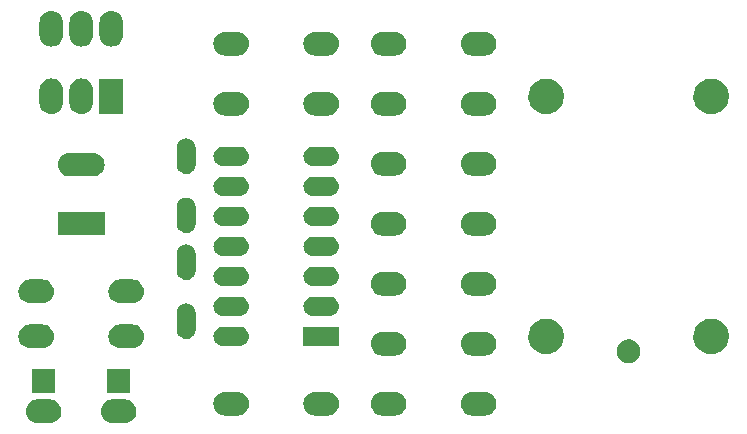
<source format=gbr>
G04 #@! TF.GenerationSoftware,KiCad,Pcbnew,(5.0.2)-1*
G04 #@! TF.CreationDate,2019-02-28T22:41:27-03:00*
G04 #@! TF.ProjectId,ponta-de-prova-logica-simplificada,706f6e74-612d-4646-952d-70726f76612d,02*
G04 #@! TF.SameCoordinates,Original*
G04 #@! TF.FileFunction,Soldermask,Bot*
G04 #@! TF.FilePolarity,Negative*
%FSLAX46Y46*%
G04 Gerber Fmt 4.6, Leading zero omitted, Abs format (unit mm)*
G04 Created by KiCad (PCBNEW (5.0.2)-1) date 28-02-2019 22:41:27*
%MOMM*%
%LPD*%
G01*
G04 APERTURE LIST*
%ADD10C,0.100000*%
G04 APERTURE END LIST*
D10*
G36*
X135316030Y-115219469D02*
X135316033Y-115219470D01*
X135316034Y-115219470D01*
X135504535Y-115276651D01*
X135504537Y-115276652D01*
X135678260Y-115369509D01*
X135830528Y-115494472D01*
X135955491Y-115646740D01*
X135955492Y-115646742D01*
X136048349Y-115820465D01*
X136089019Y-115954537D01*
X136105531Y-116008970D01*
X136124838Y-116205000D01*
X136105531Y-116401030D01*
X136105530Y-116401033D01*
X136105530Y-116401034D01*
X136054275Y-116570000D01*
X136048348Y-116589537D01*
X135955491Y-116763260D01*
X135830528Y-116915528D01*
X135678260Y-117040491D01*
X135678258Y-117040492D01*
X135504535Y-117133349D01*
X135316034Y-117190530D01*
X135316033Y-117190530D01*
X135316030Y-117190531D01*
X135169124Y-117205000D01*
X134070876Y-117205000D01*
X133923970Y-117190531D01*
X133923967Y-117190530D01*
X133923966Y-117190530D01*
X133735465Y-117133349D01*
X133561742Y-117040492D01*
X133561740Y-117040491D01*
X133409472Y-116915528D01*
X133284509Y-116763260D01*
X133191652Y-116589537D01*
X133185726Y-116570000D01*
X133134470Y-116401034D01*
X133134470Y-116401033D01*
X133134469Y-116401030D01*
X133115162Y-116205000D01*
X133134469Y-116008970D01*
X133150981Y-115954537D01*
X133191651Y-115820465D01*
X133284508Y-115646742D01*
X133284509Y-115646740D01*
X133409472Y-115494472D01*
X133561740Y-115369509D01*
X133735463Y-115276652D01*
X133735465Y-115276651D01*
X133923966Y-115219470D01*
X133923967Y-115219470D01*
X133923970Y-115219469D01*
X134070876Y-115205000D01*
X135169124Y-115205000D01*
X135316030Y-115219469D01*
X135316030Y-115219469D01*
G37*
G36*
X128966030Y-115219469D02*
X128966033Y-115219470D01*
X128966034Y-115219470D01*
X129154535Y-115276651D01*
X129154537Y-115276652D01*
X129328260Y-115369509D01*
X129480528Y-115494472D01*
X129605491Y-115646740D01*
X129605492Y-115646742D01*
X129698349Y-115820465D01*
X129739019Y-115954537D01*
X129755531Y-116008970D01*
X129774838Y-116205000D01*
X129755531Y-116401030D01*
X129755530Y-116401033D01*
X129755530Y-116401034D01*
X129704275Y-116570000D01*
X129698348Y-116589537D01*
X129605491Y-116763260D01*
X129480528Y-116915528D01*
X129328260Y-117040491D01*
X129328258Y-117040492D01*
X129154535Y-117133349D01*
X128966034Y-117190530D01*
X128966033Y-117190530D01*
X128966030Y-117190531D01*
X128819124Y-117205000D01*
X127720876Y-117205000D01*
X127573970Y-117190531D01*
X127573967Y-117190530D01*
X127573966Y-117190530D01*
X127385465Y-117133349D01*
X127211742Y-117040492D01*
X127211740Y-117040491D01*
X127059472Y-116915528D01*
X126934509Y-116763260D01*
X126841652Y-116589537D01*
X126835726Y-116570000D01*
X126784470Y-116401034D01*
X126784470Y-116401033D01*
X126784469Y-116401030D01*
X126765162Y-116205000D01*
X126784469Y-116008970D01*
X126800981Y-115954537D01*
X126841651Y-115820465D01*
X126934508Y-115646742D01*
X126934509Y-115646740D01*
X127059472Y-115494472D01*
X127211740Y-115369509D01*
X127385463Y-115276652D01*
X127385465Y-115276651D01*
X127573966Y-115219470D01*
X127573967Y-115219470D01*
X127573970Y-115219469D01*
X127720876Y-115205000D01*
X128819124Y-115205000D01*
X128966030Y-115219469D01*
X128966030Y-115219469D01*
G37*
G36*
X165796030Y-114584469D02*
X165796033Y-114584470D01*
X165796034Y-114584470D01*
X165984535Y-114641651D01*
X165984537Y-114641652D01*
X166158260Y-114734509D01*
X166310528Y-114859472D01*
X166435491Y-115011740D01*
X166435492Y-115011742D01*
X166528349Y-115185465D01*
X166584178Y-115369509D01*
X166585531Y-115373970D01*
X166604838Y-115570000D01*
X166585531Y-115766030D01*
X166585530Y-115766033D01*
X166585530Y-115766034D01*
X166569019Y-115820465D01*
X166528348Y-115954537D01*
X166435491Y-116128260D01*
X166310528Y-116280528D01*
X166158260Y-116405491D01*
X166158258Y-116405492D01*
X165984535Y-116498349D01*
X165796034Y-116555530D01*
X165796033Y-116555530D01*
X165796030Y-116555531D01*
X165649124Y-116570000D01*
X164550876Y-116570000D01*
X164403970Y-116555531D01*
X164403967Y-116555530D01*
X164403966Y-116555530D01*
X164215465Y-116498349D01*
X164041742Y-116405492D01*
X164041740Y-116405491D01*
X163889472Y-116280528D01*
X163764509Y-116128260D01*
X163671652Y-115954537D01*
X163630982Y-115820465D01*
X163614470Y-115766034D01*
X163614470Y-115766033D01*
X163614469Y-115766030D01*
X163595162Y-115570000D01*
X163614469Y-115373970D01*
X163615822Y-115369509D01*
X163671651Y-115185465D01*
X163764508Y-115011742D01*
X163764509Y-115011740D01*
X163889472Y-114859472D01*
X164041740Y-114734509D01*
X164215463Y-114641652D01*
X164215465Y-114641651D01*
X164403966Y-114584470D01*
X164403967Y-114584470D01*
X164403970Y-114584469D01*
X164550876Y-114570000D01*
X165649124Y-114570000D01*
X165796030Y-114584469D01*
X165796030Y-114584469D01*
G37*
G36*
X152461030Y-114584469D02*
X152461033Y-114584470D01*
X152461034Y-114584470D01*
X152649535Y-114641651D01*
X152649537Y-114641652D01*
X152823260Y-114734509D01*
X152975528Y-114859472D01*
X153100491Y-115011740D01*
X153100492Y-115011742D01*
X153193349Y-115185465D01*
X153249178Y-115369509D01*
X153250531Y-115373970D01*
X153269838Y-115570000D01*
X153250531Y-115766030D01*
X153250530Y-115766033D01*
X153250530Y-115766034D01*
X153234019Y-115820465D01*
X153193348Y-115954537D01*
X153100491Y-116128260D01*
X152975528Y-116280528D01*
X152823260Y-116405491D01*
X152823258Y-116405492D01*
X152649535Y-116498349D01*
X152461034Y-116555530D01*
X152461033Y-116555530D01*
X152461030Y-116555531D01*
X152314124Y-116570000D01*
X151215876Y-116570000D01*
X151068970Y-116555531D01*
X151068967Y-116555530D01*
X151068966Y-116555530D01*
X150880465Y-116498349D01*
X150706742Y-116405492D01*
X150706740Y-116405491D01*
X150554472Y-116280528D01*
X150429509Y-116128260D01*
X150336652Y-115954537D01*
X150295982Y-115820465D01*
X150279470Y-115766034D01*
X150279470Y-115766033D01*
X150279469Y-115766030D01*
X150260162Y-115570000D01*
X150279469Y-115373970D01*
X150280822Y-115369509D01*
X150336651Y-115185465D01*
X150429508Y-115011742D01*
X150429509Y-115011740D01*
X150554472Y-114859472D01*
X150706740Y-114734509D01*
X150880463Y-114641652D01*
X150880465Y-114641651D01*
X151068966Y-114584470D01*
X151068967Y-114584470D01*
X151068970Y-114584469D01*
X151215876Y-114570000D01*
X152314124Y-114570000D01*
X152461030Y-114584469D01*
X152461030Y-114584469D01*
G37*
G36*
X144841030Y-114584469D02*
X144841033Y-114584470D01*
X144841034Y-114584470D01*
X145029535Y-114641651D01*
X145029537Y-114641652D01*
X145203260Y-114734509D01*
X145355528Y-114859472D01*
X145480491Y-115011740D01*
X145480492Y-115011742D01*
X145573349Y-115185465D01*
X145629178Y-115369509D01*
X145630531Y-115373970D01*
X145649838Y-115570000D01*
X145630531Y-115766030D01*
X145630530Y-115766033D01*
X145630530Y-115766034D01*
X145614019Y-115820465D01*
X145573348Y-115954537D01*
X145480491Y-116128260D01*
X145355528Y-116280528D01*
X145203260Y-116405491D01*
X145203258Y-116405492D01*
X145029535Y-116498349D01*
X144841034Y-116555530D01*
X144841033Y-116555530D01*
X144841030Y-116555531D01*
X144694124Y-116570000D01*
X143595876Y-116570000D01*
X143448970Y-116555531D01*
X143448967Y-116555530D01*
X143448966Y-116555530D01*
X143260465Y-116498349D01*
X143086742Y-116405492D01*
X143086740Y-116405491D01*
X142934472Y-116280528D01*
X142809509Y-116128260D01*
X142716652Y-115954537D01*
X142675982Y-115820465D01*
X142659470Y-115766034D01*
X142659470Y-115766033D01*
X142659469Y-115766030D01*
X142640162Y-115570000D01*
X142659469Y-115373970D01*
X142660822Y-115369509D01*
X142716651Y-115185465D01*
X142809508Y-115011742D01*
X142809509Y-115011740D01*
X142934472Y-114859472D01*
X143086740Y-114734509D01*
X143260463Y-114641652D01*
X143260465Y-114641651D01*
X143448966Y-114584470D01*
X143448967Y-114584470D01*
X143448970Y-114584469D01*
X143595876Y-114570000D01*
X144694124Y-114570000D01*
X144841030Y-114584469D01*
X144841030Y-114584469D01*
G37*
G36*
X158176030Y-114584469D02*
X158176033Y-114584470D01*
X158176034Y-114584470D01*
X158364535Y-114641651D01*
X158364537Y-114641652D01*
X158538260Y-114734509D01*
X158690528Y-114859472D01*
X158815491Y-115011740D01*
X158815492Y-115011742D01*
X158908349Y-115185465D01*
X158964178Y-115369509D01*
X158965531Y-115373970D01*
X158984838Y-115570000D01*
X158965531Y-115766030D01*
X158965530Y-115766033D01*
X158965530Y-115766034D01*
X158949019Y-115820465D01*
X158908348Y-115954537D01*
X158815491Y-116128260D01*
X158690528Y-116280528D01*
X158538260Y-116405491D01*
X158538258Y-116405492D01*
X158364535Y-116498349D01*
X158176034Y-116555530D01*
X158176033Y-116555530D01*
X158176030Y-116555531D01*
X158029124Y-116570000D01*
X156930876Y-116570000D01*
X156783970Y-116555531D01*
X156783967Y-116555530D01*
X156783966Y-116555530D01*
X156595465Y-116498349D01*
X156421742Y-116405492D01*
X156421740Y-116405491D01*
X156269472Y-116280528D01*
X156144509Y-116128260D01*
X156051652Y-115954537D01*
X156010982Y-115820465D01*
X155994470Y-115766034D01*
X155994470Y-115766033D01*
X155994469Y-115766030D01*
X155975162Y-115570000D01*
X155994469Y-115373970D01*
X155995822Y-115369509D01*
X156051651Y-115185465D01*
X156144508Y-115011742D01*
X156144509Y-115011740D01*
X156269472Y-114859472D01*
X156421740Y-114734509D01*
X156595463Y-114641652D01*
X156595465Y-114641651D01*
X156783966Y-114584470D01*
X156783967Y-114584470D01*
X156783970Y-114584469D01*
X156930876Y-114570000D01*
X158029124Y-114570000D01*
X158176030Y-114584469D01*
X158176030Y-114584469D01*
G37*
G36*
X129270000Y-114665000D02*
X127270000Y-114665000D01*
X127270000Y-112665000D01*
X129270000Y-112665000D01*
X129270000Y-114665000D01*
X129270000Y-114665000D01*
G37*
G36*
X135620000Y-114665000D02*
X133620000Y-114665000D01*
X133620000Y-112665000D01*
X135620000Y-112665000D01*
X135620000Y-114665000D01*
X135620000Y-114665000D01*
G37*
G36*
X178091538Y-110163919D02*
X178273437Y-110239264D01*
X178437141Y-110348648D01*
X178576352Y-110487859D01*
X178685736Y-110651563D01*
X178761081Y-110833462D01*
X178799490Y-111026557D01*
X178799490Y-111223443D01*
X178761081Y-111416538D01*
X178685736Y-111598437D01*
X178576352Y-111762141D01*
X178437141Y-111901352D01*
X178273437Y-112010736D01*
X178091538Y-112086081D01*
X177898443Y-112124490D01*
X177701557Y-112124490D01*
X177508462Y-112086081D01*
X177326563Y-112010736D01*
X177162859Y-111901352D01*
X177023648Y-111762141D01*
X176914264Y-111598437D01*
X176838919Y-111416538D01*
X176800510Y-111223443D01*
X176800510Y-111026557D01*
X176838919Y-110833462D01*
X176914264Y-110651563D01*
X177023648Y-110487859D01*
X177162859Y-110348648D01*
X177326563Y-110239264D01*
X177508462Y-110163919D01*
X177701557Y-110125510D01*
X177898443Y-110125510D01*
X178091538Y-110163919D01*
X178091538Y-110163919D01*
G37*
G36*
X165796030Y-109504469D02*
X165796033Y-109504470D01*
X165796034Y-109504470D01*
X165984535Y-109561651D01*
X165984537Y-109561652D01*
X166158260Y-109654509D01*
X166310528Y-109779472D01*
X166435491Y-109931740D01*
X166499253Y-110051030D01*
X166528349Y-110105465D01*
X166585530Y-110293966D01*
X166585531Y-110293970D01*
X166604838Y-110490000D01*
X166585531Y-110686030D01*
X166585530Y-110686033D01*
X166585530Y-110686034D01*
X166534275Y-110855000D01*
X166528348Y-110874537D01*
X166435491Y-111048260D01*
X166310528Y-111200528D01*
X166158260Y-111325491D01*
X165984537Y-111418348D01*
X165984535Y-111418349D01*
X165796034Y-111475530D01*
X165796033Y-111475530D01*
X165796030Y-111475531D01*
X165649124Y-111490000D01*
X164550876Y-111490000D01*
X164403970Y-111475531D01*
X164403967Y-111475530D01*
X164403966Y-111475530D01*
X164215465Y-111418349D01*
X164215463Y-111418348D01*
X164041740Y-111325491D01*
X163889472Y-111200528D01*
X163764509Y-111048260D01*
X163671652Y-110874537D01*
X163665726Y-110855000D01*
X163614470Y-110686034D01*
X163614470Y-110686033D01*
X163614469Y-110686030D01*
X163595162Y-110490000D01*
X163614469Y-110293970D01*
X163614470Y-110293966D01*
X163671651Y-110105465D01*
X163700747Y-110051030D01*
X163764509Y-109931740D01*
X163889472Y-109779472D01*
X164041740Y-109654509D01*
X164215463Y-109561652D01*
X164215465Y-109561651D01*
X164403966Y-109504470D01*
X164403967Y-109504470D01*
X164403970Y-109504469D01*
X164550876Y-109490000D01*
X165649124Y-109490000D01*
X165796030Y-109504469D01*
X165796030Y-109504469D01*
G37*
G36*
X158176030Y-109504469D02*
X158176033Y-109504470D01*
X158176034Y-109504470D01*
X158364535Y-109561651D01*
X158364537Y-109561652D01*
X158538260Y-109654509D01*
X158690528Y-109779472D01*
X158815491Y-109931740D01*
X158879253Y-110051030D01*
X158908349Y-110105465D01*
X158965530Y-110293966D01*
X158965531Y-110293970D01*
X158984838Y-110490000D01*
X158965531Y-110686030D01*
X158965530Y-110686033D01*
X158965530Y-110686034D01*
X158914275Y-110855000D01*
X158908348Y-110874537D01*
X158815491Y-111048260D01*
X158690528Y-111200528D01*
X158538260Y-111325491D01*
X158364537Y-111418348D01*
X158364535Y-111418349D01*
X158176034Y-111475530D01*
X158176033Y-111475530D01*
X158176030Y-111475531D01*
X158029124Y-111490000D01*
X156930876Y-111490000D01*
X156783970Y-111475531D01*
X156783967Y-111475530D01*
X156783966Y-111475530D01*
X156595465Y-111418349D01*
X156595463Y-111418348D01*
X156421740Y-111325491D01*
X156269472Y-111200528D01*
X156144509Y-111048260D01*
X156051652Y-110874537D01*
X156045726Y-110855000D01*
X155994470Y-110686034D01*
X155994470Y-110686033D01*
X155994469Y-110686030D01*
X155975162Y-110490000D01*
X155994469Y-110293970D01*
X155994470Y-110293966D01*
X156051651Y-110105465D01*
X156080747Y-110051030D01*
X156144509Y-109931740D01*
X156269472Y-109779472D01*
X156421740Y-109654509D01*
X156595463Y-109561652D01*
X156595465Y-109561651D01*
X156783966Y-109504470D01*
X156783967Y-109504470D01*
X156783970Y-109504469D01*
X156930876Y-109490000D01*
X158029124Y-109490000D01*
X158176030Y-109504469D01*
X158176030Y-109504469D01*
G37*
G36*
X185125935Y-108393429D02*
X185222534Y-108412644D01*
X185495517Y-108525717D01*
X185737920Y-108687687D01*
X185741197Y-108689876D01*
X185950124Y-108898803D01*
X185950126Y-108898806D01*
X186114283Y-109144483D01*
X186188763Y-109324293D01*
X186227356Y-109417467D01*
X186274507Y-109654508D01*
X186285000Y-109707263D01*
X186285000Y-110002737D01*
X186227356Y-110292534D01*
X186114283Y-110565517D01*
X185952313Y-110807920D01*
X185950124Y-110811197D01*
X185741197Y-111020124D01*
X185741194Y-111020126D01*
X185495517Y-111184283D01*
X185222534Y-111297356D01*
X185125935Y-111316571D01*
X184932739Y-111355000D01*
X184637261Y-111355000D01*
X184444065Y-111316571D01*
X184347466Y-111297356D01*
X184074483Y-111184283D01*
X183828806Y-111020126D01*
X183828803Y-111020124D01*
X183619876Y-110811197D01*
X183617687Y-110807920D01*
X183455717Y-110565517D01*
X183342644Y-110292534D01*
X183285000Y-110002737D01*
X183285000Y-109707263D01*
X183295494Y-109654508D01*
X183342644Y-109417467D01*
X183381238Y-109324293D01*
X183455717Y-109144483D01*
X183619874Y-108898806D01*
X183619876Y-108898803D01*
X183828803Y-108689876D01*
X183832080Y-108687687D01*
X184074483Y-108525717D01*
X184347466Y-108412644D01*
X184444065Y-108393429D01*
X184637261Y-108355000D01*
X184932739Y-108355000D01*
X185125935Y-108393429D01*
X185125935Y-108393429D01*
G37*
G36*
X171155935Y-108393429D02*
X171252534Y-108412644D01*
X171525517Y-108525717D01*
X171767920Y-108687687D01*
X171771197Y-108689876D01*
X171980124Y-108898803D01*
X171980126Y-108898806D01*
X172144283Y-109144483D01*
X172218763Y-109324293D01*
X172257356Y-109417467D01*
X172304507Y-109654508D01*
X172315000Y-109707263D01*
X172315000Y-110002737D01*
X172257356Y-110292534D01*
X172144283Y-110565517D01*
X171982313Y-110807920D01*
X171980124Y-110811197D01*
X171771197Y-111020124D01*
X171771194Y-111020126D01*
X171525517Y-111184283D01*
X171252534Y-111297356D01*
X171155935Y-111316571D01*
X170962739Y-111355000D01*
X170667261Y-111355000D01*
X170474065Y-111316571D01*
X170377466Y-111297356D01*
X170104483Y-111184283D01*
X169858806Y-111020126D01*
X169858803Y-111020124D01*
X169649876Y-110811197D01*
X169647687Y-110807920D01*
X169485717Y-110565517D01*
X169372644Y-110292534D01*
X169315000Y-110002737D01*
X169315000Y-109707263D01*
X169325494Y-109654508D01*
X169372644Y-109417467D01*
X169411238Y-109324293D01*
X169485717Y-109144483D01*
X169649874Y-108898806D01*
X169649876Y-108898803D01*
X169858803Y-108689876D01*
X169862080Y-108687687D01*
X170104483Y-108525717D01*
X170377466Y-108412644D01*
X170474065Y-108393429D01*
X170667261Y-108355000D01*
X170962739Y-108355000D01*
X171155935Y-108393429D01*
X171155935Y-108393429D01*
G37*
G36*
X128331030Y-108869469D02*
X128331033Y-108869470D01*
X128331034Y-108869470D01*
X128519535Y-108926651D01*
X128519537Y-108926652D01*
X128693260Y-109019509D01*
X128845528Y-109144472D01*
X128970491Y-109296740D01*
X128970492Y-109296742D01*
X129063349Y-109470465D01*
X129119178Y-109654509D01*
X129120531Y-109658970D01*
X129139838Y-109855000D01*
X129120531Y-110051030D01*
X129120530Y-110051033D01*
X129120530Y-110051034D01*
X129086287Y-110163919D01*
X129063348Y-110239537D01*
X128970491Y-110413260D01*
X128845528Y-110565528D01*
X128693260Y-110690491D01*
X128693258Y-110690492D01*
X128519535Y-110783349D01*
X128331034Y-110840530D01*
X128331033Y-110840530D01*
X128331030Y-110840531D01*
X128184124Y-110855000D01*
X127085876Y-110855000D01*
X126938970Y-110840531D01*
X126938967Y-110840530D01*
X126938966Y-110840530D01*
X126750465Y-110783349D01*
X126576742Y-110690492D01*
X126576740Y-110690491D01*
X126424472Y-110565528D01*
X126299509Y-110413260D01*
X126206652Y-110239537D01*
X126183714Y-110163919D01*
X126149470Y-110051034D01*
X126149470Y-110051033D01*
X126149469Y-110051030D01*
X126130162Y-109855000D01*
X126149469Y-109658970D01*
X126150822Y-109654509D01*
X126206651Y-109470465D01*
X126299508Y-109296742D01*
X126299509Y-109296740D01*
X126424472Y-109144472D01*
X126576740Y-109019509D01*
X126750463Y-108926652D01*
X126750465Y-108926651D01*
X126938966Y-108869470D01*
X126938967Y-108869470D01*
X126938970Y-108869469D01*
X127085876Y-108855000D01*
X128184124Y-108855000D01*
X128331030Y-108869469D01*
X128331030Y-108869469D01*
G37*
G36*
X135951030Y-108869469D02*
X135951033Y-108869470D01*
X135951034Y-108869470D01*
X136139535Y-108926651D01*
X136139537Y-108926652D01*
X136313260Y-109019509D01*
X136465528Y-109144472D01*
X136590491Y-109296740D01*
X136590492Y-109296742D01*
X136683349Y-109470465D01*
X136739178Y-109654509D01*
X136740531Y-109658970D01*
X136759838Y-109855000D01*
X136740531Y-110051030D01*
X136740530Y-110051033D01*
X136740530Y-110051034D01*
X136706287Y-110163919D01*
X136683348Y-110239537D01*
X136590491Y-110413260D01*
X136465528Y-110565528D01*
X136313260Y-110690491D01*
X136313258Y-110690492D01*
X136139535Y-110783349D01*
X135951034Y-110840530D01*
X135951033Y-110840530D01*
X135951030Y-110840531D01*
X135804124Y-110855000D01*
X134705876Y-110855000D01*
X134558970Y-110840531D01*
X134558967Y-110840530D01*
X134558966Y-110840530D01*
X134370465Y-110783349D01*
X134196742Y-110690492D01*
X134196740Y-110690491D01*
X134044472Y-110565528D01*
X133919509Y-110413260D01*
X133826652Y-110239537D01*
X133803714Y-110163919D01*
X133769470Y-110051034D01*
X133769470Y-110051033D01*
X133769469Y-110051030D01*
X133750162Y-109855000D01*
X133769469Y-109658970D01*
X133770822Y-109654509D01*
X133826651Y-109470465D01*
X133919508Y-109296742D01*
X133919509Y-109296740D01*
X134044472Y-109144472D01*
X134196740Y-109019509D01*
X134370463Y-108926652D01*
X134370465Y-108926651D01*
X134558966Y-108869470D01*
X134558967Y-108869470D01*
X134558970Y-108869469D01*
X134705876Y-108855000D01*
X135804124Y-108855000D01*
X135951030Y-108869469D01*
X135951030Y-108869469D01*
G37*
G36*
X153265000Y-110655000D02*
X150265000Y-110655000D01*
X150265000Y-109055000D01*
X153265000Y-109055000D01*
X153265000Y-110655000D01*
X153265000Y-110655000D01*
G37*
G36*
X144962649Y-109062717D02*
X145001827Y-109066576D01*
X145077228Y-109089449D01*
X145152629Y-109112321D01*
X145291608Y-109186608D01*
X145413422Y-109286578D01*
X145513392Y-109408392D01*
X145587679Y-109547371D01*
X145633424Y-109698174D01*
X145648870Y-109855000D01*
X145633424Y-110011826D01*
X145587679Y-110162629D01*
X145513392Y-110301608D01*
X145413422Y-110423422D01*
X145291608Y-110523392D01*
X145152629Y-110597679D01*
X145077228Y-110620551D01*
X145001827Y-110643424D01*
X144962649Y-110647283D01*
X144884295Y-110655000D01*
X143405705Y-110655000D01*
X143327351Y-110647283D01*
X143288173Y-110643424D01*
X143212772Y-110620551D01*
X143137371Y-110597679D01*
X142998392Y-110523392D01*
X142876578Y-110423422D01*
X142776608Y-110301608D01*
X142702321Y-110162629D01*
X142656576Y-110011826D01*
X142641130Y-109855000D01*
X142656576Y-109698174D01*
X142702321Y-109547371D01*
X142776608Y-109408392D01*
X142876578Y-109286578D01*
X142998392Y-109186608D01*
X143137371Y-109112321D01*
X143212772Y-109089449D01*
X143288173Y-109066576D01*
X143327351Y-109062717D01*
X143405705Y-109055000D01*
X144884295Y-109055000D01*
X144962649Y-109062717D01*
X144962649Y-109062717D01*
G37*
G36*
X140491826Y-107096576D02*
X140567226Y-107119448D01*
X140642628Y-107142321D01*
X140781604Y-107216606D01*
X140781606Y-107216607D01*
X140781605Y-107216607D01*
X140903422Y-107316578D01*
X140903423Y-107316580D01*
X140903425Y-107316581D01*
X141003392Y-107438392D01*
X141077679Y-107577371D01*
X141123424Y-107728174D01*
X141135000Y-107845705D01*
X141135000Y-109324295D01*
X141123424Y-109441826D01*
X141077679Y-109592629D01*
X141003392Y-109731608D01*
X140903422Y-109853422D01*
X140781608Y-109953392D01*
X140642629Y-110027679D01*
X140567228Y-110050551D01*
X140491827Y-110073424D01*
X140335000Y-110088870D01*
X140178174Y-110073424D01*
X140102773Y-110050551D01*
X140027372Y-110027679D01*
X139888393Y-109953392D01*
X139766579Y-109853422D01*
X139666609Y-109731608D01*
X139592322Y-109592629D01*
X139546577Y-109441826D01*
X139535001Y-109324295D01*
X139535000Y-107845706D01*
X139546576Y-107728175D01*
X139546577Y-107728173D01*
X139592321Y-107577373D01*
X139592321Y-107577372D01*
X139666606Y-107438396D01*
X139766576Y-107316581D01*
X139766578Y-107316578D01*
X139766580Y-107316577D01*
X139766581Y-107316575D01*
X139888392Y-107216608D01*
X140027371Y-107142321D01*
X140102773Y-107119448D01*
X140178173Y-107096576D01*
X140335000Y-107081130D01*
X140491826Y-107096576D01*
X140491826Y-107096576D01*
G37*
G36*
X144962649Y-106522717D02*
X145001827Y-106526576D01*
X145077228Y-106549449D01*
X145152629Y-106572321D01*
X145291608Y-106646608D01*
X145413422Y-106746578D01*
X145513392Y-106868392D01*
X145587679Y-107007371D01*
X145633424Y-107158174D01*
X145648870Y-107315000D01*
X145633424Y-107471826D01*
X145587679Y-107622629D01*
X145513392Y-107761608D01*
X145413422Y-107883422D01*
X145291608Y-107983392D01*
X145152629Y-108057679D01*
X145077227Y-108080552D01*
X145001827Y-108103424D01*
X144962649Y-108107283D01*
X144884295Y-108115000D01*
X143405705Y-108115000D01*
X143327351Y-108107283D01*
X143288173Y-108103424D01*
X143212773Y-108080552D01*
X143137371Y-108057679D01*
X142998392Y-107983392D01*
X142876578Y-107883422D01*
X142776608Y-107761608D01*
X142702321Y-107622629D01*
X142656576Y-107471826D01*
X142641130Y-107315000D01*
X142656576Y-107158174D01*
X142702321Y-107007371D01*
X142776608Y-106868392D01*
X142876578Y-106746578D01*
X142998392Y-106646608D01*
X143137371Y-106572321D01*
X143212772Y-106549449D01*
X143288173Y-106526576D01*
X143327351Y-106522717D01*
X143405705Y-106515000D01*
X144884295Y-106515000D01*
X144962649Y-106522717D01*
X144962649Y-106522717D01*
G37*
G36*
X152582649Y-106522717D02*
X152621827Y-106526576D01*
X152697228Y-106549449D01*
X152772629Y-106572321D01*
X152911608Y-106646608D01*
X153033422Y-106746578D01*
X153133392Y-106868392D01*
X153207679Y-107007371D01*
X153253424Y-107158174D01*
X153268870Y-107315000D01*
X153253424Y-107471826D01*
X153207679Y-107622629D01*
X153133392Y-107761608D01*
X153033422Y-107883422D01*
X152911608Y-107983392D01*
X152772629Y-108057679D01*
X152697227Y-108080552D01*
X152621827Y-108103424D01*
X152582649Y-108107283D01*
X152504295Y-108115000D01*
X151025705Y-108115000D01*
X150947351Y-108107283D01*
X150908173Y-108103424D01*
X150832773Y-108080552D01*
X150757371Y-108057679D01*
X150618392Y-107983392D01*
X150496578Y-107883422D01*
X150396608Y-107761608D01*
X150322321Y-107622629D01*
X150276576Y-107471826D01*
X150261130Y-107315000D01*
X150276576Y-107158174D01*
X150322321Y-107007371D01*
X150396608Y-106868392D01*
X150496578Y-106746578D01*
X150618392Y-106646608D01*
X150757371Y-106572321D01*
X150832772Y-106549449D01*
X150908173Y-106526576D01*
X150947351Y-106522717D01*
X151025705Y-106515000D01*
X152504295Y-106515000D01*
X152582649Y-106522717D01*
X152582649Y-106522717D01*
G37*
G36*
X135951030Y-105059469D02*
X135951033Y-105059470D01*
X135951034Y-105059470D01*
X136139535Y-105116651D01*
X136139537Y-105116652D01*
X136313260Y-105209509D01*
X136465528Y-105334472D01*
X136590491Y-105486740D01*
X136637667Y-105575000D01*
X136683349Y-105660465D01*
X136724019Y-105794537D01*
X136740531Y-105848970D01*
X136759838Y-106045000D01*
X136740531Y-106241030D01*
X136740530Y-106241033D01*
X136740530Y-106241034D01*
X136689275Y-106410000D01*
X136683348Y-106429537D01*
X136590491Y-106603260D01*
X136465528Y-106755528D01*
X136313260Y-106880491D01*
X136313258Y-106880492D01*
X136139535Y-106973349D01*
X135951034Y-107030530D01*
X135951033Y-107030530D01*
X135951030Y-107030531D01*
X135804124Y-107045000D01*
X134705876Y-107045000D01*
X134558970Y-107030531D01*
X134558967Y-107030530D01*
X134558966Y-107030530D01*
X134370465Y-106973349D01*
X134196742Y-106880492D01*
X134196740Y-106880491D01*
X134044472Y-106755528D01*
X133919509Y-106603260D01*
X133826652Y-106429537D01*
X133820726Y-106410000D01*
X133769470Y-106241034D01*
X133769470Y-106241033D01*
X133769469Y-106241030D01*
X133750162Y-106045000D01*
X133769469Y-105848970D01*
X133785981Y-105794537D01*
X133826651Y-105660465D01*
X133872333Y-105575000D01*
X133919509Y-105486740D01*
X134044472Y-105334472D01*
X134196740Y-105209509D01*
X134370463Y-105116652D01*
X134370465Y-105116651D01*
X134558966Y-105059470D01*
X134558967Y-105059470D01*
X134558970Y-105059469D01*
X134705876Y-105045000D01*
X135804124Y-105045000D01*
X135951030Y-105059469D01*
X135951030Y-105059469D01*
G37*
G36*
X128331030Y-105059469D02*
X128331033Y-105059470D01*
X128331034Y-105059470D01*
X128519535Y-105116651D01*
X128519537Y-105116652D01*
X128693260Y-105209509D01*
X128845528Y-105334472D01*
X128970491Y-105486740D01*
X129017667Y-105575000D01*
X129063349Y-105660465D01*
X129104019Y-105794537D01*
X129120531Y-105848970D01*
X129139838Y-106045000D01*
X129120531Y-106241030D01*
X129120530Y-106241033D01*
X129120530Y-106241034D01*
X129069275Y-106410000D01*
X129063348Y-106429537D01*
X128970491Y-106603260D01*
X128845528Y-106755528D01*
X128693260Y-106880491D01*
X128693258Y-106880492D01*
X128519535Y-106973349D01*
X128331034Y-107030530D01*
X128331033Y-107030530D01*
X128331030Y-107030531D01*
X128184124Y-107045000D01*
X127085876Y-107045000D01*
X126938970Y-107030531D01*
X126938967Y-107030530D01*
X126938966Y-107030530D01*
X126750465Y-106973349D01*
X126576742Y-106880492D01*
X126576740Y-106880491D01*
X126424472Y-106755528D01*
X126299509Y-106603260D01*
X126206652Y-106429537D01*
X126200726Y-106410000D01*
X126149470Y-106241034D01*
X126149470Y-106241033D01*
X126149469Y-106241030D01*
X126130162Y-106045000D01*
X126149469Y-105848970D01*
X126165981Y-105794537D01*
X126206651Y-105660465D01*
X126252333Y-105575000D01*
X126299509Y-105486740D01*
X126424472Y-105334472D01*
X126576740Y-105209509D01*
X126750463Y-105116652D01*
X126750465Y-105116651D01*
X126938966Y-105059470D01*
X126938967Y-105059470D01*
X126938970Y-105059469D01*
X127085876Y-105045000D01*
X128184124Y-105045000D01*
X128331030Y-105059469D01*
X128331030Y-105059469D01*
G37*
G36*
X165796030Y-104424469D02*
X165796033Y-104424470D01*
X165796034Y-104424470D01*
X165984535Y-104481651D01*
X165984537Y-104481652D01*
X166158260Y-104574509D01*
X166310528Y-104699472D01*
X166435491Y-104851740D01*
X166435492Y-104851742D01*
X166528349Y-105025465D01*
X166584178Y-105209509D01*
X166585531Y-105213970D01*
X166604838Y-105410000D01*
X166585531Y-105606030D01*
X166585530Y-105606033D01*
X166585530Y-105606034D01*
X166569019Y-105660465D01*
X166528348Y-105794537D01*
X166435491Y-105968260D01*
X166310528Y-106120528D01*
X166158260Y-106245491D01*
X166158258Y-106245492D01*
X165984535Y-106338349D01*
X165796034Y-106395530D01*
X165796033Y-106395530D01*
X165796030Y-106395531D01*
X165649124Y-106410000D01*
X164550876Y-106410000D01*
X164403970Y-106395531D01*
X164403967Y-106395530D01*
X164403966Y-106395530D01*
X164215465Y-106338349D01*
X164041742Y-106245492D01*
X164041740Y-106245491D01*
X163889472Y-106120528D01*
X163764509Y-105968260D01*
X163671652Y-105794537D01*
X163630982Y-105660465D01*
X163614470Y-105606034D01*
X163614470Y-105606033D01*
X163614469Y-105606030D01*
X163595162Y-105410000D01*
X163614469Y-105213970D01*
X163615822Y-105209509D01*
X163671651Y-105025465D01*
X163764508Y-104851742D01*
X163764509Y-104851740D01*
X163889472Y-104699472D01*
X164041740Y-104574509D01*
X164215463Y-104481652D01*
X164215465Y-104481651D01*
X164403966Y-104424470D01*
X164403967Y-104424470D01*
X164403970Y-104424469D01*
X164550876Y-104410000D01*
X165649124Y-104410000D01*
X165796030Y-104424469D01*
X165796030Y-104424469D01*
G37*
G36*
X158176030Y-104424469D02*
X158176033Y-104424470D01*
X158176034Y-104424470D01*
X158364535Y-104481651D01*
X158364537Y-104481652D01*
X158538260Y-104574509D01*
X158690528Y-104699472D01*
X158815491Y-104851740D01*
X158815492Y-104851742D01*
X158908349Y-105025465D01*
X158964178Y-105209509D01*
X158965531Y-105213970D01*
X158984838Y-105410000D01*
X158965531Y-105606030D01*
X158965530Y-105606033D01*
X158965530Y-105606034D01*
X158949019Y-105660465D01*
X158908348Y-105794537D01*
X158815491Y-105968260D01*
X158690528Y-106120528D01*
X158538260Y-106245491D01*
X158538258Y-106245492D01*
X158364535Y-106338349D01*
X158176034Y-106395530D01*
X158176033Y-106395530D01*
X158176030Y-106395531D01*
X158029124Y-106410000D01*
X156930876Y-106410000D01*
X156783970Y-106395531D01*
X156783967Y-106395530D01*
X156783966Y-106395530D01*
X156595465Y-106338349D01*
X156421742Y-106245492D01*
X156421740Y-106245491D01*
X156269472Y-106120528D01*
X156144509Y-105968260D01*
X156051652Y-105794537D01*
X156010982Y-105660465D01*
X155994470Y-105606034D01*
X155994470Y-105606033D01*
X155994469Y-105606030D01*
X155975162Y-105410000D01*
X155994469Y-105213970D01*
X155995822Y-105209509D01*
X156051651Y-105025465D01*
X156144508Y-104851742D01*
X156144509Y-104851740D01*
X156269472Y-104699472D01*
X156421740Y-104574509D01*
X156595463Y-104481652D01*
X156595465Y-104481651D01*
X156783966Y-104424470D01*
X156783967Y-104424470D01*
X156783970Y-104424469D01*
X156930876Y-104410000D01*
X158029124Y-104410000D01*
X158176030Y-104424469D01*
X158176030Y-104424469D01*
G37*
G36*
X152582649Y-103982717D02*
X152621827Y-103986576D01*
X152697228Y-104009449D01*
X152772629Y-104032321D01*
X152911608Y-104106608D01*
X153033422Y-104206578D01*
X153133392Y-104328392D01*
X153207679Y-104467371D01*
X153253424Y-104618174D01*
X153268870Y-104775000D01*
X153253424Y-104931826D01*
X153207679Y-105082629D01*
X153133392Y-105221608D01*
X153033422Y-105343422D01*
X152911608Y-105443392D01*
X152772629Y-105517679D01*
X152697228Y-105540551D01*
X152621827Y-105563424D01*
X152582649Y-105567283D01*
X152504295Y-105575000D01*
X151025705Y-105575000D01*
X150947351Y-105567283D01*
X150908173Y-105563424D01*
X150832772Y-105540551D01*
X150757371Y-105517679D01*
X150618392Y-105443392D01*
X150496578Y-105343422D01*
X150396608Y-105221608D01*
X150322321Y-105082629D01*
X150276576Y-104931826D01*
X150261130Y-104775000D01*
X150276576Y-104618174D01*
X150322321Y-104467371D01*
X150396608Y-104328392D01*
X150496578Y-104206578D01*
X150618392Y-104106608D01*
X150757371Y-104032321D01*
X150832772Y-104009449D01*
X150908173Y-103986576D01*
X150947351Y-103982717D01*
X151025705Y-103975000D01*
X152504295Y-103975000D01*
X152582649Y-103982717D01*
X152582649Y-103982717D01*
G37*
G36*
X144962649Y-103982717D02*
X145001827Y-103986576D01*
X145077228Y-104009449D01*
X145152629Y-104032321D01*
X145291608Y-104106608D01*
X145413422Y-104206578D01*
X145513392Y-104328392D01*
X145587679Y-104467371D01*
X145633424Y-104618174D01*
X145648870Y-104775000D01*
X145633424Y-104931826D01*
X145587679Y-105082629D01*
X145513392Y-105221608D01*
X145413422Y-105343422D01*
X145291608Y-105443392D01*
X145152629Y-105517679D01*
X145077228Y-105540551D01*
X145001827Y-105563424D01*
X144962649Y-105567283D01*
X144884295Y-105575000D01*
X143405705Y-105575000D01*
X143327351Y-105567283D01*
X143288173Y-105563424D01*
X143212772Y-105540551D01*
X143137371Y-105517679D01*
X142998392Y-105443392D01*
X142876578Y-105343422D01*
X142776608Y-105221608D01*
X142702321Y-105082629D01*
X142656576Y-104931826D01*
X142641130Y-104775000D01*
X142656576Y-104618174D01*
X142702321Y-104467371D01*
X142776608Y-104328392D01*
X142876578Y-104206578D01*
X142998392Y-104106608D01*
X143137371Y-104032321D01*
X143212772Y-104009449D01*
X143288173Y-103986576D01*
X143327351Y-103982717D01*
X143405705Y-103975000D01*
X144884295Y-103975000D01*
X144962649Y-103982717D01*
X144962649Y-103982717D01*
G37*
G36*
X140491826Y-102096576D02*
X140567226Y-102119448D01*
X140642628Y-102142321D01*
X140781604Y-102216606D01*
X140781606Y-102216607D01*
X140781605Y-102216607D01*
X140903422Y-102316578D01*
X140903423Y-102316580D01*
X140903425Y-102316581D01*
X141003392Y-102438392D01*
X141077679Y-102577371D01*
X141100552Y-102652773D01*
X141123424Y-102728173D01*
X141135000Y-102845707D01*
X141135000Y-104324293D01*
X141123424Y-104441827D01*
X141111343Y-104481652D01*
X141077679Y-104592629D01*
X141003392Y-104731608D01*
X140903422Y-104853422D01*
X140781608Y-104953392D01*
X140642629Y-105027679D01*
X140567227Y-105050552D01*
X140491827Y-105073424D01*
X140335000Y-105088870D01*
X140178174Y-105073424D01*
X140102774Y-105050552D01*
X140027372Y-105027679D01*
X139888393Y-104953392D01*
X139766579Y-104853422D01*
X139666609Y-104731608D01*
X139592322Y-104592629D01*
X139558658Y-104481652D01*
X139546577Y-104441827D01*
X139535001Y-104324293D01*
X139535000Y-102845708D01*
X139546576Y-102728174D01*
X139592321Y-102577373D01*
X139592321Y-102577372D01*
X139666606Y-102438396D01*
X139766576Y-102316581D01*
X139766578Y-102316578D01*
X139766580Y-102316577D01*
X139766581Y-102316575D01*
X139888392Y-102216608D01*
X140027371Y-102142321D01*
X140102773Y-102119448D01*
X140178173Y-102096576D01*
X140335000Y-102081130D01*
X140491826Y-102096576D01*
X140491826Y-102096576D01*
G37*
G36*
X152582649Y-101442717D02*
X152621827Y-101446576D01*
X152697227Y-101469448D01*
X152772629Y-101492321D01*
X152911608Y-101566608D01*
X153033422Y-101666578D01*
X153133392Y-101788392D01*
X153207679Y-101927371D01*
X153207679Y-101927372D01*
X153253424Y-102078173D01*
X153259742Y-102142321D01*
X153268870Y-102235000D01*
X153253424Y-102391826D01*
X153207679Y-102542629D01*
X153133392Y-102681608D01*
X153033422Y-102803422D01*
X152911608Y-102903392D01*
X152772629Y-102977679D01*
X152697228Y-103000551D01*
X152621827Y-103023424D01*
X152582649Y-103027283D01*
X152504295Y-103035000D01*
X151025705Y-103035000D01*
X150947351Y-103027283D01*
X150908173Y-103023424D01*
X150832772Y-103000551D01*
X150757371Y-102977679D01*
X150618392Y-102903392D01*
X150496578Y-102803422D01*
X150396608Y-102681608D01*
X150322321Y-102542629D01*
X150276576Y-102391826D01*
X150261130Y-102235000D01*
X150270258Y-102142321D01*
X150276576Y-102078173D01*
X150322321Y-101927372D01*
X150322321Y-101927371D01*
X150396608Y-101788392D01*
X150496578Y-101666578D01*
X150618392Y-101566608D01*
X150757371Y-101492321D01*
X150832773Y-101469448D01*
X150908173Y-101446576D01*
X150947351Y-101442717D01*
X151025705Y-101435000D01*
X152504295Y-101435000D01*
X152582649Y-101442717D01*
X152582649Y-101442717D01*
G37*
G36*
X144962649Y-101442717D02*
X145001827Y-101446576D01*
X145077227Y-101469448D01*
X145152629Y-101492321D01*
X145291608Y-101566608D01*
X145413422Y-101666578D01*
X145513392Y-101788392D01*
X145587679Y-101927371D01*
X145587679Y-101927372D01*
X145633424Y-102078173D01*
X145639742Y-102142321D01*
X145648870Y-102235000D01*
X145633424Y-102391826D01*
X145587679Y-102542629D01*
X145513392Y-102681608D01*
X145413422Y-102803422D01*
X145291608Y-102903392D01*
X145152629Y-102977679D01*
X145077228Y-103000551D01*
X145001827Y-103023424D01*
X144962649Y-103027283D01*
X144884295Y-103035000D01*
X143405705Y-103035000D01*
X143327351Y-103027283D01*
X143288173Y-103023424D01*
X143212772Y-103000551D01*
X143137371Y-102977679D01*
X142998392Y-102903392D01*
X142876578Y-102803422D01*
X142776608Y-102681608D01*
X142702321Y-102542629D01*
X142656576Y-102391826D01*
X142641130Y-102235000D01*
X142650258Y-102142321D01*
X142656576Y-102078173D01*
X142702321Y-101927372D01*
X142702321Y-101927371D01*
X142776608Y-101788392D01*
X142876578Y-101666578D01*
X142998392Y-101566608D01*
X143137371Y-101492321D01*
X143212773Y-101469448D01*
X143288173Y-101446576D01*
X143327351Y-101442717D01*
X143405705Y-101435000D01*
X144884295Y-101435000D01*
X144962649Y-101442717D01*
X144962649Y-101442717D01*
G37*
G36*
X165796030Y-99344469D02*
X165796033Y-99344470D01*
X165796034Y-99344470D01*
X165984535Y-99401651D01*
X165984537Y-99401652D01*
X166158260Y-99494509D01*
X166310528Y-99619472D01*
X166435491Y-99771740D01*
X166528348Y-99945463D01*
X166585531Y-100133970D01*
X166604838Y-100330000D01*
X166585531Y-100526030D01*
X166585530Y-100526033D01*
X166585530Y-100526034D01*
X166556229Y-100622628D01*
X166528348Y-100714537D01*
X166435491Y-100888260D01*
X166310528Y-101040528D01*
X166158260Y-101165491D01*
X166158258Y-101165492D01*
X165984535Y-101258349D01*
X165796034Y-101315530D01*
X165796033Y-101315530D01*
X165796030Y-101315531D01*
X165649124Y-101330000D01*
X164550876Y-101330000D01*
X164403970Y-101315531D01*
X164403967Y-101315530D01*
X164403966Y-101315530D01*
X164215465Y-101258349D01*
X164041742Y-101165492D01*
X164041740Y-101165491D01*
X163889472Y-101040528D01*
X163764509Y-100888260D01*
X163671652Y-100714537D01*
X163643772Y-100622628D01*
X163614470Y-100526034D01*
X163614470Y-100526033D01*
X163614469Y-100526030D01*
X163595162Y-100330000D01*
X163614469Y-100133970D01*
X163671652Y-99945463D01*
X163764509Y-99771740D01*
X163889472Y-99619472D01*
X164041740Y-99494509D01*
X164215463Y-99401652D01*
X164215465Y-99401651D01*
X164403966Y-99344470D01*
X164403967Y-99344470D01*
X164403970Y-99344469D01*
X164550876Y-99330000D01*
X165649124Y-99330000D01*
X165796030Y-99344469D01*
X165796030Y-99344469D01*
G37*
G36*
X158176030Y-99344469D02*
X158176033Y-99344470D01*
X158176034Y-99344470D01*
X158364535Y-99401651D01*
X158364537Y-99401652D01*
X158538260Y-99494509D01*
X158690528Y-99619472D01*
X158815491Y-99771740D01*
X158908348Y-99945463D01*
X158965531Y-100133970D01*
X158984838Y-100330000D01*
X158965531Y-100526030D01*
X158965530Y-100526033D01*
X158965530Y-100526034D01*
X158936229Y-100622628D01*
X158908348Y-100714537D01*
X158815491Y-100888260D01*
X158690528Y-101040528D01*
X158538260Y-101165491D01*
X158538258Y-101165492D01*
X158364535Y-101258349D01*
X158176034Y-101315530D01*
X158176033Y-101315530D01*
X158176030Y-101315531D01*
X158029124Y-101330000D01*
X156930876Y-101330000D01*
X156783970Y-101315531D01*
X156783967Y-101315530D01*
X156783966Y-101315530D01*
X156595465Y-101258349D01*
X156421742Y-101165492D01*
X156421740Y-101165491D01*
X156269472Y-101040528D01*
X156144509Y-100888260D01*
X156051652Y-100714537D01*
X156023772Y-100622628D01*
X155994470Y-100526034D01*
X155994470Y-100526033D01*
X155994469Y-100526030D01*
X155975162Y-100330000D01*
X155994469Y-100133970D01*
X156051652Y-99945463D01*
X156144509Y-99771740D01*
X156269472Y-99619472D01*
X156421740Y-99494509D01*
X156595463Y-99401652D01*
X156595465Y-99401651D01*
X156783966Y-99344470D01*
X156783967Y-99344470D01*
X156783970Y-99344469D01*
X156930876Y-99330000D01*
X158029124Y-99330000D01*
X158176030Y-99344469D01*
X158176030Y-99344469D01*
G37*
G36*
X133425000Y-101320000D02*
X129465000Y-101320000D01*
X129465000Y-99340000D01*
X133425000Y-99340000D01*
X133425000Y-101320000D01*
X133425000Y-101320000D01*
G37*
G36*
X140491827Y-98126576D02*
X140567228Y-98149449D01*
X140642629Y-98172321D01*
X140781608Y-98246608D01*
X140903422Y-98346578D01*
X141003392Y-98468392D01*
X141077679Y-98607371D01*
X141077679Y-98607372D01*
X141123424Y-98758173D01*
X141135000Y-98875707D01*
X141135000Y-100354293D01*
X141123424Y-100471827D01*
X141106982Y-100526030D01*
X141077679Y-100622629D01*
X141003392Y-100761608D01*
X140903425Y-100883419D01*
X140903423Y-100883420D01*
X140903422Y-100883422D01*
X140812059Y-100958400D01*
X140781604Y-100983394D01*
X140642628Y-101057679D01*
X140567226Y-101080552D01*
X140491826Y-101103424D01*
X140335000Y-101118870D01*
X140178173Y-101103424D01*
X140102773Y-101080552D01*
X140027371Y-101057679D01*
X139888392Y-100983392D01*
X139766581Y-100883425D01*
X139766580Y-100883423D01*
X139766578Y-100883422D01*
X139666607Y-100761605D01*
X139592322Y-100622629D01*
X139592321Y-100622628D01*
X139550094Y-100483424D01*
X139546576Y-100471826D01*
X139535000Y-100354292D01*
X139535001Y-98875707D01*
X139546577Y-98758173D01*
X139592322Y-98607372D01*
X139592322Y-98607371D01*
X139666609Y-98468392D01*
X139766579Y-98346578D01*
X139888393Y-98246608D01*
X140027372Y-98172321D01*
X140102773Y-98149449D01*
X140178174Y-98126576D01*
X140335000Y-98111130D01*
X140491827Y-98126576D01*
X140491827Y-98126576D01*
G37*
G36*
X144962649Y-98902717D02*
X145001827Y-98906576D01*
X145077228Y-98929449D01*
X145152629Y-98952321D01*
X145291608Y-99026608D01*
X145413422Y-99126578D01*
X145513392Y-99248392D01*
X145587679Y-99387371D01*
X145633424Y-99538174D01*
X145648870Y-99695000D01*
X145633424Y-99851826D01*
X145587679Y-100002629D01*
X145513392Y-100141608D01*
X145413422Y-100263422D01*
X145291608Y-100363392D01*
X145152629Y-100437679D01*
X145077227Y-100460552D01*
X145001827Y-100483424D01*
X144962649Y-100487283D01*
X144884295Y-100495000D01*
X143405705Y-100495000D01*
X143327351Y-100487283D01*
X143288173Y-100483424D01*
X143212773Y-100460552D01*
X143137371Y-100437679D01*
X142998392Y-100363392D01*
X142876578Y-100263422D01*
X142776608Y-100141608D01*
X142702321Y-100002629D01*
X142656576Y-99851826D01*
X142641130Y-99695000D01*
X142656576Y-99538174D01*
X142702321Y-99387371D01*
X142776608Y-99248392D01*
X142876578Y-99126578D01*
X142998392Y-99026608D01*
X143137371Y-98952321D01*
X143212772Y-98929449D01*
X143288173Y-98906576D01*
X143327351Y-98902717D01*
X143405705Y-98895000D01*
X144884295Y-98895000D01*
X144962649Y-98902717D01*
X144962649Y-98902717D01*
G37*
G36*
X152582649Y-98902717D02*
X152621827Y-98906576D01*
X152697228Y-98929449D01*
X152772629Y-98952321D01*
X152911608Y-99026608D01*
X153033422Y-99126578D01*
X153133392Y-99248392D01*
X153207679Y-99387371D01*
X153253424Y-99538174D01*
X153268870Y-99695000D01*
X153253424Y-99851826D01*
X153207679Y-100002629D01*
X153133392Y-100141608D01*
X153033422Y-100263422D01*
X152911608Y-100363392D01*
X152772629Y-100437679D01*
X152697227Y-100460552D01*
X152621827Y-100483424D01*
X152582649Y-100487283D01*
X152504295Y-100495000D01*
X151025705Y-100495000D01*
X150947351Y-100487283D01*
X150908173Y-100483424D01*
X150832773Y-100460552D01*
X150757371Y-100437679D01*
X150618392Y-100363392D01*
X150496578Y-100263422D01*
X150396608Y-100141608D01*
X150322321Y-100002629D01*
X150276576Y-99851826D01*
X150261130Y-99695000D01*
X150276576Y-99538174D01*
X150322321Y-99387371D01*
X150396608Y-99248392D01*
X150496578Y-99126578D01*
X150618392Y-99026608D01*
X150757371Y-98952321D01*
X150832772Y-98929449D01*
X150908173Y-98906576D01*
X150947351Y-98902717D01*
X151025705Y-98895000D01*
X152504295Y-98895000D01*
X152582649Y-98902717D01*
X152582649Y-98902717D01*
G37*
G36*
X144962649Y-96362717D02*
X145001827Y-96366576D01*
X145077228Y-96389449D01*
X145152629Y-96412321D01*
X145291608Y-96486608D01*
X145413422Y-96586578D01*
X145513392Y-96708392D01*
X145587679Y-96847371D01*
X145633424Y-96998174D01*
X145648870Y-97155000D01*
X145633424Y-97311826D01*
X145587679Y-97462629D01*
X145513392Y-97601608D01*
X145413422Y-97723422D01*
X145291608Y-97823392D01*
X145152629Y-97897679D01*
X145077228Y-97920551D01*
X145001827Y-97943424D01*
X144962649Y-97947283D01*
X144884295Y-97955000D01*
X143405705Y-97955000D01*
X143327351Y-97947283D01*
X143288173Y-97943424D01*
X143212772Y-97920551D01*
X143137371Y-97897679D01*
X142998392Y-97823392D01*
X142876578Y-97723422D01*
X142776608Y-97601608D01*
X142702321Y-97462629D01*
X142656576Y-97311826D01*
X142641130Y-97155000D01*
X142656576Y-96998174D01*
X142702321Y-96847371D01*
X142776608Y-96708392D01*
X142876578Y-96586578D01*
X142998392Y-96486608D01*
X143137371Y-96412321D01*
X143212772Y-96389449D01*
X143288173Y-96366576D01*
X143327351Y-96362717D01*
X143405705Y-96355000D01*
X144884295Y-96355000D01*
X144962649Y-96362717D01*
X144962649Y-96362717D01*
G37*
G36*
X152582649Y-96362717D02*
X152621827Y-96366576D01*
X152697228Y-96389449D01*
X152772629Y-96412321D01*
X152911608Y-96486608D01*
X153033422Y-96586578D01*
X153133392Y-96708392D01*
X153207679Y-96847371D01*
X153253424Y-96998174D01*
X153268870Y-97155000D01*
X153253424Y-97311826D01*
X153207679Y-97462629D01*
X153133392Y-97601608D01*
X153033422Y-97723422D01*
X152911608Y-97823392D01*
X152772629Y-97897679D01*
X152697228Y-97920551D01*
X152621827Y-97943424D01*
X152582649Y-97947283D01*
X152504295Y-97955000D01*
X151025705Y-97955000D01*
X150947351Y-97947283D01*
X150908173Y-97943424D01*
X150832772Y-97920551D01*
X150757371Y-97897679D01*
X150618392Y-97823392D01*
X150496578Y-97723422D01*
X150396608Y-97601608D01*
X150322321Y-97462629D01*
X150276576Y-97311826D01*
X150261130Y-97155000D01*
X150276576Y-96998174D01*
X150322321Y-96847371D01*
X150396608Y-96708392D01*
X150496578Y-96586578D01*
X150618392Y-96486608D01*
X150757371Y-96412321D01*
X150832772Y-96389449D01*
X150908173Y-96366576D01*
X150947351Y-96362717D01*
X151025705Y-96355000D01*
X152504295Y-96355000D01*
X152582649Y-96362717D01*
X152582649Y-96362717D01*
G37*
G36*
X132629070Y-94354324D02*
X132629073Y-94354325D01*
X132629074Y-94354325D01*
X132815690Y-94410934D01*
X132987676Y-94502862D01*
X133138423Y-94626577D01*
X133262138Y-94777324D01*
X133339804Y-94922628D01*
X133354065Y-94949308D01*
X133410676Y-95135930D01*
X133429790Y-95330000D01*
X133410676Y-95524070D01*
X133410675Y-95524073D01*
X133410675Y-95524074D01*
X133354066Y-95710690D01*
X133262138Y-95882676D01*
X133138423Y-96033423D01*
X132987676Y-96157138D01*
X132815690Y-96249066D01*
X132629074Y-96305675D01*
X132629073Y-96305675D01*
X132629070Y-96305676D01*
X132483636Y-96320000D01*
X130406364Y-96320000D01*
X130260930Y-96305676D01*
X130260927Y-96305675D01*
X130260926Y-96305675D01*
X130074310Y-96249066D01*
X129902324Y-96157138D01*
X129751577Y-96033423D01*
X129627862Y-95882676D01*
X129535934Y-95710690D01*
X129479325Y-95524074D01*
X129479325Y-95524073D01*
X129479324Y-95524070D01*
X129460210Y-95330000D01*
X129479324Y-95135930D01*
X129535935Y-94949308D01*
X129550196Y-94922628D01*
X129627862Y-94777324D01*
X129751577Y-94626577D01*
X129902324Y-94502862D01*
X130074310Y-94410934D01*
X130260926Y-94354325D01*
X130260927Y-94354325D01*
X130260930Y-94354324D01*
X130406364Y-94340000D01*
X132483636Y-94340000D01*
X132629070Y-94354324D01*
X132629070Y-94354324D01*
G37*
G36*
X165796030Y-94264469D02*
X165796033Y-94264470D01*
X165796034Y-94264470D01*
X165984535Y-94321651D01*
X165984537Y-94321652D01*
X166158260Y-94414509D01*
X166310528Y-94539472D01*
X166435491Y-94691740D01*
X166528348Y-94865463D01*
X166585531Y-95053970D01*
X166604838Y-95250000D01*
X166585531Y-95446030D01*
X166585530Y-95446033D01*
X166585530Y-95446034D01*
X166531961Y-95622629D01*
X166528348Y-95634537D01*
X166435491Y-95808260D01*
X166310528Y-95960528D01*
X166158260Y-96085491D01*
X166158258Y-96085492D01*
X165984535Y-96178349D01*
X165796034Y-96235530D01*
X165796033Y-96235530D01*
X165796030Y-96235531D01*
X165649124Y-96250000D01*
X164550876Y-96250000D01*
X164403970Y-96235531D01*
X164403967Y-96235530D01*
X164403966Y-96235530D01*
X164215465Y-96178349D01*
X164041742Y-96085492D01*
X164041740Y-96085491D01*
X163889472Y-95960528D01*
X163764509Y-95808260D01*
X163671652Y-95634537D01*
X163668040Y-95622629D01*
X163614470Y-95446034D01*
X163614470Y-95446033D01*
X163614469Y-95446030D01*
X163595162Y-95250000D01*
X163614469Y-95053970D01*
X163671652Y-94865463D01*
X163764509Y-94691740D01*
X163889472Y-94539472D01*
X164041740Y-94414509D01*
X164215463Y-94321652D01*
X164215465Y-94321651D01*
X164403966Y-94264470D01*
X164403967Y-94264470D01*
X164403970Y-94264469D01*
X164550876Y-94250000D01*
X165649124Y-94250000D01*
X165796030Y-94264469D01*
X165796030Y-94264469D01*
G37*
G36*
X158176030Y-94264469D02*
X158176033Y-94264470D01*
X158176034Y-94264470D01*
X158364535Y-94321651D01*
X158364537Y-94321652D01*
X158538260Y-94414509D01*
X158690528Y-94539472D01*
X158815491Y-94691740D01*
X158908348Y-94865463D01*
X158965531Y-95053970D01*
X158984838Y-95250000D01*
X158965531Y-95446030D01*
X158965530Y-95446033D01*
X158965530Y-95446034D01*
X158911961Y-95622629D01*
X158908348Y-95634537D01*
X158815491Y-95808260D01*
X158690528Y-95960528D01*
X158538260Y-96085491D01*
X158538258Y-96085492D01*
X158364535Y-96178349D01*
X158176034Y-96235530D01*
X158176033Y-96235530D01*
X158176030Y-96235531D01*
X158029124Y-96250000D01*
X156930876Y-96250000D01*
X156783970Y-96235531D01*
X156783967Y-96235530D01*
X156783966Y-96235530D01*
X156595465Y-96178349D01*
X156421742Y-96085492D01*
X156421740Y-96085491D01*
X156269472Y-95960528D01*
X156144509Y-95808260D01*
X156051652Y-95634537D01*
X156048040Y-95622629D01*
X155994470Y-95446034D01*
X155994470Y-95446033D01*
X155994469Y-95446030D01*
X155975162Y-95250000D01*
X155994469Y-95053970D01*
X156051652Y-94865463D01*
X156144509Y-94691740D01*
X156269472Y-94539472D01*
X156421740Y-94414509D01*
X156595463Y-94321652D01*
X156595465Y-94321651D01*
X156783966Y-94264470D01*
X156783967Y-94264470D01*
X156783970Y-94264469D01*
X156930876Y-94250000D01*
X158029124Y-94250000D01*
X158176030Y-94264469D01*
X158176030Y-94264469D01*
G37*
G36*
X140491827Y-93126576D02*
X140567228Y-93149449D01*
X140642629Y-93172321D01*
X140781608Y-93246608D01*
X140903422Y-93346578D01*
X141003392Y-93468392D01*
X141077679Y-93607371D01*
X141123424Y-93758174D01*
X141135000Y-93875705D01*
X141135000Y-95354295D01*
X141123424Y-95471826D01*
X141077679Y-95622629D01*
X141003392Y-95761608D01*
X140903425Y-95883419D01*
X140903423Y-95883420D01*
X140903422Y-95883422D01*
X140903418Y-95883425D01*
X140781604Y-95983394D01*
X140642628Y-96057679D01*
X140567227Y-96080551D01*
X140491826Y-96103424D01*
X140335000Y-96118870D01*
X140178173Y-96103424D01*
X140102772Y-96080551D01*
X140027371Y-96057679D01*
X139888392Y-95983392D01*
X139766581Y-95883425D01*
X139766580Y-95883423D01*
X139766578Y-95883422D01*
X139666607Y-95761605D01*
X139598687Y-95634537D01*
X139592321Y-95622628D01*
X139562424Y-95524070D01*
X139546576Y-95471826D01*
X139539839Y-95403424D01*
X139535000Y-95354294D01*
X139535001Y-93875705D01*
X139546577Y-93758174D01*
X139592322Y-93607371D01*
X139666609Y-93468392D01*
X139766579Y-93346578D01*
X139888393Y-93246608D01*
X140027372Y-93172321D01*
X140102773Y-93149449D01*
X140178174Y-93126576D01*
X140335000Y-93111130D01*
X140491827Y-93126576D01*
X140491827Y-93126576D01*
G37*
G36*
X152582649Y-93822717D02*
X152621827Y-93826576D01*
X152697227Y-93849448D01*
X152772629Y-93872321D01*
X152911608Y-93946608D01*
X153033422Y-94046578D01*
X153133392Y-94168392D01*
X153207679Y-94307371D01*
X153212011Y-94321652D01*
X153253424Y-94458173D01*
X153268870Y-94615000D01*
X153253424Y-94771827D01*
X153230552Y-94847227D01*
X153207679Y-94922629D01*
X153133392Y-95061608D01*
X153033422Y-95183422D01*
X152911608Y-95283392D01*
X152772629Y-95357679D01*
X152697228Y-95380551D01*
X152621827Y-95403424D01*
X152582649Y-95407283D01*
X152504295Y-95415000D01*
X151025705Y-95415000D01*
X150947351Y-95407283D01*
X150908173Y-95403424D01*
X150832772Y-95380551D01*
X150757371Y-95357679D01*
X150618392Y-95283392D01*
X150496578Y-95183422D01*
X150396608Y-95061608D01*
X150322321Y-94922629D01*
X150299449Y-94847228D01*
X150276576Y-94771827D01*
X150261130Y-94615000D01*
X150276576Y-94458173D01*
X150317989Y-94321652D01*
X150322321Y-94307371D01*
X150396608Y-94168392D01*
X150496578Y-94046578D01*
X150618392Y-93946608D01*
X150757371Y-93872321D01*
X150832773Y-93849448D01*
X150908173Y-93826576D01*
X150947351Y-93822717D01*
X151025705Y-93815000D01*
X152504295Y-93815000D01*
X152582649Y-93822717D01*
X152582649Y-93822717D01*
G37*
G36*
X144962649Y-93822717D02*
X145001827Y-93826576D01*
X145077227Y-93849448D01*
X145152629Y-93872321D01*
X145291608Y-93946608D01*
X145413422Y-94046578D01*
X145513392Y-94168392D01*
X145587679Y-94307371D01*
X145592011Y-94321652D01*
X145633424Y-94458173D01*
X145648870Y-94615000D01*
X145633424Y-94771827D01*
X145610552Y-94847227D01*
X145587679Y-94922629D01*
X145513392Y-95061608D01*
X145413422Y-95183422D01*
X145291608Y-95283392D01*
X145152629Y-95357679D01*
X145077228Y-95380551D01*
X145001827Y-95403424D01*
X144962649Y-95407283D01*
X144884295Y-95415000D01*
X143405705Y-95415000D01*
X143327351Y-95407283D01*
X143288173Y-95403424D01*
X143212772Y-95380551D01*
X143137371Y-95357679D01*
X142998392Y-95283392D01*
X142876578Y-95183422D01*
X142776608Y-95061608D01*
X142702321Y-94922629D01*
X142679449Y-94847228D01*
X142656576Y-94771827D01*
X142641130Y-94615000D01*
X142656576Y-94458173D01*
X142697989Y-94321652D01*
X142702321Y-94307371D01*
X142776608Y-94168392D01*
X142876578Y-94046578D01*
X142998392Y-93946608D01*
X143137371Y-93872321D01*
X143212773Y-93849448D01*
X143288173Y-93826576D01*
X143327351Y-93822717D01*
X143405705Y-93815000D01*
X144884295Y-93815000D01*
X144962649Y-93822717D01*
X144962649Y-93822717D01*
G37*
G36*
X165796030Y-89184469D02*
X165796033Y-89184470D01*
X165796034Y-89184470D01*
X165984535Y-89241651D01*
X165984537Y-89241652D01*
X166158260Y-89334509D01*
X166310528Y-89459472D01*
X166435491Y-89611740D01*
X166435492Y-89611742D01*
X166528349Y-89785465D01*
X166585530Y-89973966D01*
X166585531Y-89973970D01*
X166604838Y-90170000D01*
X166585531Y-90366030D01*
X166585530Y-90366033D01*
X166585530Y-90366034D01*
X166569301Y-90419535D01*
X166528348Y-90554537D01*
X166435491Y-90728260D01*
X166310528Y-90880528D01*
X166158260Y-91005491D01*
X166094001Y-91039838D01*
X165984535Y-91098349D01*
X165796034Y-91155530D01*
X165796033Y-91155530D01*
X165796030Y-91155531D01*
X165649124Y-91170000D01*
X164550876Y-91170000D01*
X164403970Y-91155531D01*
X164403967Y-91155530D01*
X164403966Y-91155530D01*
X164215465Y-91098349D01*
X164105999Y-91039838D01*
X164041740Y-91005491D01*
X163889472Y-90880528D01*
X163764509Y-90728260D01*
X163671652Y-90554537D01*
X163630700Y-90419535D01*
X163614470Y-90366034D01*
X163614470Y-90366033D01*
X163614469Y-90366030D01*
X163595162Y-90170000D01*
X163614469Y-89973970D01*
X163614470Y-89973966D01*
X163671651Y-89785465D01*
X163764508Y-89611742D01*
X163764509Y-89611740D01*
X163889472Y-89459472D01*
X164041740Y-89334509D01*
X164215463Y-89241652D01*
X164215465Y-89241651D01*
X164403966Y-89184470D01*
X164403967Y-89184470D01*
X164403970Y-89184469D01*
X164550876Y-89170000D01*
X165649124Y-89170000D01*
X165796030Y-89184469D01*
X165796030Y-89184469D01*
G37*
G36*
X144841030Y-89184469D02*
X144841033Y-89184470D01*
X144841034Y-89184470D01*
X145029535Y-89241651D01*
X145029537Y-89241652D01*
X145203260Y-89334509D01*
X145355528Y-89459472D01*
X145480491Y-89611740D01*
X145480492Y-89611742D01*
X145573349Y-89785465D01*
X145630530Y-89973966D01*
X145630531Y-89973970D01*
X145649838Y-90170000D01*
X145630531Y-90366030D01*
X145630530Y-90366033D01*
X145630530Y-90366034D01*
X145614301Y-90419535D01*
X145573348Y-90554537D01*
X145480491Y-90728260D01*
X145355528Y-90880528D01*
X145203260Y-91005491D01*
X145139001Y-91039838D01*
X145029535Y-91098349D01*
X144841034Y-91155530D01*
X144841033Y-91155530D01*
X144841030Y-91155531D01*
X144694124Y-91170000D01*
X143595876Y-91170000D01*
X143448970Y-91155531D01*
X143448967Y-91155530D01*
X143448966Y-91155530D01*
X143260465Y-91098349D01*
X143150999Y-91039838D01*
X143086740Y-91005491D01*
X142934472Y-90880528D01*
X142809509Y-90728260D01*
X142716652Y-90554537D01*
X142675700Y-90419535D01*
X142659470Y-90366034D01*
X142659470Y-90366033D01*
X142659469Y-90366030D01*
X142640162Y-90170000D01*
X142659469Y-89973970D01*
X142659470Y-89973966D01*
X142716651Y-89785465D01*
X142809508Y-89611742D01*
X142809509Y-89611740D01*
X142934472Y-89459472D01*
X143086740Y-89334509D01*
X143260463Y-89241652D01*
X143260465Y-89241651D01*
X143448966Y-89184470D01*
X143448967Y-89184470D01*
X143448970Y-89184469D01*
X143595876Y-89170000D01*
X144694124Y-89170000D01*
X144841030Y-89184469D01*
X144841030Y-89184469D01*
G37*
G36*
X152461030Y-89184469D02*
X152461033Y-89184470D01*
X152461034Y-89184470D01*
X152649535Y-89241651D01*
X152649537Y-89241652D01*
X152823260Y-89334509D01*
X152975528Y-89459472D01*
X153100491Y-89611740D01*
X153100492Y-89611742D01*
X153193349Y-89785465D01*
X153250530Y-89973966D01*
X153250531Y-89973970D01*
X153269838Y-90170000D01*
X153250531Y-90366030D01*
X153250530Y-90366033D01*
X153250530Y-90366034D01*
X153234301Y-90419535D01*
X153193348Y-90554537D01*
X153100491Y-90728260D01*
X152975528Y-90880528D01*
X152823260Y-91005491D01*
X152759001Y-91039838D01*
X152649535Y-91098349D01*
X152461034Y-91155530D01*
X152461033Y-91155530D01*
X152461030Y-91155531D01*
X152314124Y-91170000D01*
X151215876Y-91170000D01*
X151068970Y-91155531D01*
X151068967Y-91155530D01*
X151068966Y-91155530D01*
X150880465Y-91098349D01*
X150770999Y-91039838D01*
X150706740Y-91005491D01*
X150554472Y-90880528D01*
X150429509Y-90728260D01*
X150336652Y-90554537D01*
X150295700Y-90419535D01*
X150279470Y-90366034D01*
X150279470Y-90366033D01*
X150279469Y-90366030D01*
X150260162Y-90170000D01*
X150279469Y-89973970D01*
X150279470Y-89973966D01*
X150336651Y-89785465D01*
X150429508Y-89611742D01*
X150429509Y-89611740D01*
X150554472Y-89459472D01*
X150706740Y-89334509D01*
X150880463Y-89241652D01*
X150880465Y-89241651D01*
X151068966Y-89184470D01*
X151068967Y-89184470D01*
X151068970Y-89184469D01*
X151215876Y-89170000D01*
X152314124Y-89170000D01*
X152461030Y-89184469D01*
X152461030Y-89184469D01*
G37*
G36*
X158176030Y-89184469D02*
X158176033Y-89184470D01*
X158176034Y-89184470D01*
X158364535Y-89241651D01*
X158364537Y-89241652D01*
X158538260Y-89334509D01*
X158690528Y-89459472D01*
X158815491Y-89611740D01*
X158815492Y-89611742D01*
X158908349Y-89785465D01*
X158965530Y-89973966D01*
X158965531Y-89973970D01*
X158984838Y-90170000D01*
X158965531Y-90366030D01*
X158965530Y-90366033D01*
X158965530Y-90366034D01*
X158949301Y-90419535D01*
X158908348Y-90554537D01*
X158815491Y-90728260D01*
X158690528Y-90880528D01*
X158538260Y-91005491D01*
X158474001Y-91039838D01*
X158364535Y-91098349D01*
X158176034Y-91155530D01*
X158176033Y-91155530D01*
X158176030Y-91155531D01*
X158029124Y-91170000D01*
X156930876Y-91170000D01*
X156783970Y-91155531D01*
X156783967Y-91155530D01*
X156783966Y-91155530D01*
X156595465Y-91098349D01*
X156485999Y-91039838D01*
X156421740Y-91005491D01*
X156269472Y-90880528D01*
X156144509Y-90728260D01*
X156051652Y-90554537D01*
X156010700Y-90419535D01*
X155994470Y-90366034D01*
X155994470Y-90366033D01*
X155994469Y-90366030D01*
X155975162Y-90170000D01*
X155994469Y-89973970D01*
X155994470Y-89973966D01*
X156051651Y-89785465D01*
X156144508Y-89611742D01*
X156144509Y-89611740D01*
X156269472Y-89459472D01*
X156421740Y-89334509D01*
X156595463Y-89241652D01*
X156595465Y-89241651D01*
X156783966Y-89184470D01*
X156783967Y-89184470D01*
X156783970Y-89184469D01*
X156930876Y-89170000D01*
X158029124Y-89170000D01*
X158176030Y-89184469D01*
X158176030Y-89184469D01*
G37*
G36*
X131641029Y-88049469D02*
X131641032Y-88049470D01*
X131641033Y-88049470D01*
X131829534Y-88106651D01*
X131829536Y-88106652D01*
X131829539Y-88106653D01*
X132003258Y-88199507D01*
X132155528Y-88324472D01*
X132280491Y-88476740D01*
X132280492Y-88476742D01*
X132373349Y-88650465D01*
X132426137Y-88824485D01*
X132430531Y-88838970D01*
X132445000Y-88985876D01*
X132445000Y-90084124D01*
X132430531Y-90231030D01*
X132430530Y-90231033D01*
X132430530Y-90231034D01*
X132373350Y-90419533D01*
X132373348Y-90419537D01*
X132280491Y-90593260D01*
X132155528Y-90745528D01*
X132003260Y-90870491D01*
X132003258Y-90870492D01*
X131829535Y-90963349D01*
X131641034Y-91020530D01*
X131641033Y-91020530D01*
X131641030Y-91020531D01*
X131445000Y-91039838D01*
X131248971Y-91020531D01*
X131248968Y-91020530D01*
X131248967Y-91020530D01*
X131060466Y-90963349D01*
X130886743Y-90870492D01*
X130886741Y-90870491D01*
X130734473Y-90745528D01*
X130609510Y-90593260D01*
X130516651Y-90419533D01*
X130459469Y-90231035D01*
X130445000Y-90084124D01*
X130445000Y-88985877D01*
X130459469Y-88838971D01*
X130459470Y-88838967D01*
X130516651Y-88650466D01*
X130516652Y-88650464D01*
X130516653Y-88650461D01*
X130609507Y-88476742D01*
X130734472Y-88324472D01*
X130886740Y-88199509D01*
X131060463Y-88106652D01*
X131060465Y-88106651D01*
X131248966Y-88049470D01*
X131248967Y-88049470D01*
X131248970Y-88049469D01*
X131445000Y-88030162D01*
X131641029Y-88049469D01*
X131641029Y-88049469D01*
G37*
G36*
X129101029Y-88049469D02*
X129101032Y-88049470D01*
X129101033Y-88049470D01*
X129289534Y-88106651D01*
X129289536Y-88106652D01*
X129289539Y-88106653D01*
X129463258Y-88199507D01*
X129615528Y-88324472D01*
X129740491Y-88476740D01*
X129740492Y-88476742D01*
X129833349Y-88650465D01*
X129886137Y-88824485D01*
X129890531Y-88838970D01*
X129905000Y-88985876D01*
X129905000Y-90084124D01*
X129890531Y-90231030D01*
X129890530Y-90231033D01*
X129890530Y-90231034D01*
X129833350Y-90419533D01*
X129833348Y-90419537D01*
X129740491Y-90593260D01*
X129615528Y-90745528D01*
X129463260Y-90870491D01*
X129463258Y-90870492D01*
X129289535Y-90963349D01*
X129101034Y-91020530D01*
X129101033Y-91020530D01*
X129101030Y-91020531D01*
X128905000Y-91039838D01*
X128708971Y-91020531D01*
X128708968Y-91020530D01*
X128708967Y-91020530D01*
X128520466Y-90963349D01*
X128346743Y-90870492D01*
X128346741Y-90870491D01*
X128194473Y-90745528D01*
X128069510Y-90593260D01*
X127976651Y-90419533D01*
X127919469Y-90231035D01*
X127905000Y-90084124D01*
X127905000Y-88985877D01*
X127919469Y-88838971D01*
X127919470Y-88838967D01*
X127976651Y-88650466D01*
X127976652Y-88650464D01*
X127976653Y-88650461D01*
X128069507Y-88476742D01*
X128194472Y-88324472D01*
X128346740Y-88199509D01*
X128520463Y-88106652D01*
X128520465Y-88106651D01*
X128708966Y-88049470D01*
X128708967Y-88049470D01*
X128708970Y-88049469D01*
X128905000Y-88030162D01*
X129101029Y-88049469D01*
X129101029Y-88049469D01*
G37*
G36*
X171155935Y-88073429D02*
X171252534Y-88092644D01*
X171525517Y-88205717D01*
X171703245Y-88324472D01*
X171771197Y-88369876D01*
X171980124Y-88578803D01*
X172144284Y-88824485D01*
X172150284Y-88838970D01*
X172211136Y-88985880D01*
X172257356Y-89097467D01*
X172304507Y-89334508D01*
X172315000Y-89387263D01*
X172315000Y-89682737D01*
X172257356Y-89972534D01*
X172211134Y-90084124D01*
X172144284Y-90245515D01*
X171980124Y-90491197D01*
X171771197Y-90700124D01*
X171771194Y-90700126D01*
X171525517Y-90864283D01*
X171252534Y-90977356D01*
X171155935Y-90996571D01*
X170962739Y-91035000D01*
X170667261Y-91035000D01*
X170474065Y-90996571D01*
X170377466Y-90977356D01*
X170104483Y-90864283D01*
X169858806Y-90700126D01*
X169858803Y-90700124D01*
X169649876Y-90491197D01*
X169485716Y-90245515D01*
X169418866Y-90084124D01*
X169372644Y-89972534D01*
X169315000Y-89682737D01*
X169315000Y-89387263D01*
X169325494Y-89334508D01*
X169372644Y-89097467D01*
X169418865Y-88985880D01*
X169479716Y-88838970D01*
X169485716Y-88824485D01*
X169649876Y-88578803D01*
X169858803Y-88369876D01*
X169926755Y-88324472D01*
X170104483Y-88205717D01*
X170377466Y-88092644D01*
X170474065Y-88073429D01*
X170667261Y-88035000D01*
X170962739Y-88035000D01*
X171155935Y-88073429D01*
X171155935Y-88073429D01*
G37*
G36*
X134985000Y-91035000D02*
X132985000Y-91035000D01*
X132985000Y-88035000D01*
X134985000Y-88035000D01*
X134985000Y-91035000D01*
X134985000Y-91035000D01*
G37*
G36*
X185125935Y-88073429D02*
X185222534Y-88092644D01*
X185495517Y-88205717D01*
X185673245Y-88324472D01*
X185741197Y-88369876D01*
X185950124Y-88578803D01*
X186114284Y-88824485D01*
X186120284Y-88838970D01*
X186181136Y-88985880D01*
X186227356Y-89097467D01*
X186274507Y-89334508D01*
X186285000Y-89387263D01*
X186285000Y-89682737D01*
X186227356Y-89972534D01*
X186181134Y-90084124D01*
X186114284Y-90245515D01*
X185950124Y-90491197D01*
X185741197Y-90700124D01*
X185741194Y-90700126D01*
X185495517Y-90864283D01*
X185222534Y-90977356D01*
X185125935Y-90996571D01*
X184932739Y-91035000D01*
X184637261Y-91035000D01*
X184444065Y-90996571D01*
X184347466Y-90977356D01*
X184074483Y-90864283D01*
X183828806Y-90700126D01*
X183828803Y-90700124D01*
X183619876Y-90491197D01*
X183455716Y-90245515D01*
X183388866Y-90084124D01*
X183342644Y-89972534D01*
X183285000Y-89682737D01*
X183285000Y-89387263D01*
X183295494Y-89334508D01*
X183342644Y-89097467D01*
X183388865Y-88985880D01*
X183449716Y-88838970D01*
X183455716Y-88824485D01*
X183619876Y-88578803D01*
X183828803Y-88369876D01*
X183896755Y-88324472D01*
X184074483Y-88205717D01*
X184347466Y-88092644D01*
X184444065Y-88073429D01*
X184637261Y-88035000D01*
X184932739Y-88035000D01*
X185125935Y-88073429D01*
X185125935Y-88073429D01*
G37*
G36*
X165796030Y-84104469D02*
X165796033Y-84104470D01*
X165796034Y-84104470D01*
X165984535Y-84161651D01*
X165984537Y-84161652D01*
X166158260Y-84254509D01*
X166310528Y-84379472D01*
X166435491Y-84531740D01*
X166435492Y-84531742D01*
X166528349Y-84705465D01*
X166585530Y-84893966D01*
X166585531Y-84893970D01*
X166604838Y-85090000D01*
X166585531Y-85286030D01*
X166585530Y-85286033D01*
X166585530Y-85286034D01*
X166579616Y-85305531D01*
X166528348Y-85474537D01*
X166435491Y-85648260D01*
X166310528Y-85800528D01*
X166158260Y-85925491D01*
X166158258Y-85925492D01*
X165984535Y-86018349D01*
X165796034Y-86075530D01*
X165796033Y-86075530D01*
X165796030Y-86075531D01*
X165649124Y-86090000D01*
X164550876Y-86090000D01*
X164403970Y-86075531D01*
X164403967Y-86075530D01*
X164403966Y-86075530D01*
X164215465Y-86018349D01*
X164041742Y-85925492D01*
X164041740Y-85925491D01*
X163889472Y-85800528D01*
X163764509Y-85648260D01*
X163671652Y-85474537D01*
X163620385Y-85305531D01*
X163614470Y-85286034D01*
X163614470Y-85286033D01*
X163614469Y-85286030D01*
X163595162Y-85090000D01*
X163614469Y-84893970D01*
X163614470Y-84893966D01*
X163671651Y-84705465D01*
X163764508Y-84531742D01*
X163764509Y-84531740D01*
X163889472Y-84379472D01*
X164041740Y-84254509D01*
X164215463Y-84161652D01*
X164215465Y-84161651D01*
X164403966Y-84104470D01*
X164403967Y-84104470D01*
X164403970Y-84104469D01*
X164550876Y-84090000D01*
X165649124Y-84090000D01*
X165796030Y-84104469D01*
X165796030Y-84104469D01*
G37*
G36*
X158176030Y-84104469D02*
X158176033Y-84104470D01*
X158176034Y-84104470D01*
X158364535Y-84161651D01*
X158364537Y-84161652D01*
X158538260Y-84254509D01*
X158690528Y-84379472D01*
X158815491Y-84531740D01*
X158815492Y-84531742D01*
X158908349Y-84705465D01*
X158965530Y-84893966D01*
X158965531Y-84893970D01*
X158984838Y-85090000D01*
X158965531Y-85286030D01*
X158965530Y-85286033D01*
X158965530Y-85286034D01*
X158959616Y-85305531D01*
X158908348Y-85474537D01*
X158815491Y-85648260D01*
X158690528Y-85800528D01*
X158538260Y-85925491D01*
X158538258Y-85925492D01*
X158364535Y-86018349D01*
X158176034Y-86075530D01*
X158176033Y-86075530D01*
X158176030Y-86075531D01*
X158029124Y-86090000D01*
X156930876Y-86090000D01*
X156783970Y-86075531D01*
X156783967Y-86075530D01*
X156783966Y-86075530D01*
X156595465Y-86018349D01*
X156421742Y-85925492D01*
X156421740Y-85925491D01*
X156269472Y-85800528D01*
X156144509Y-85648260D01*
X156051652Y-85474537D01*
X156000385Y-85305531D01*
X155994470Y-85286034D01*
X155994470Y-85286033D01*
X155994469Y-85286030D01*
X155975162Y-85090000D01*
X155994469Y-84893970D01*
X155994470Y-84893966D01*
X156051651Y-84705465D01*
X156144508Y-84531742D01*
X156144509Y-84531740D01*
X156269472Y-84379472D01*
X156421740Y-84254509D01*
X156595463Y-84161652D01*
X156595465Y-84161651D01*
X156783966Y-84104470D01*
X156783967Y-84104470D01*
X156783970Y-84104469D01*
X156930876Y-84090000D01*
X158029124Y-84090000D01*
X158176030Y-84104469D01*
X158176030Y-84104469D01*
G37*
G36*
X152461030Y-84104469D02*
X152461033Y-84104470D01*
X152461034Y-84104470D01*
X152649535Y-84161651D01*
X152649537Y-84161652D01*
X152823260Y-84254509D01*
X152975528Y-84379472D01*
X153100491Y-84531740D01*
X153100492Y-84531742D01*
X153193349Y-84705465D01*
X153250530Y-84893966D01*
X153250531Y-84893970D01*
X153269838Y-85090000D01*
X153250531Y-85286030D01*
X153250530Y-85286033D01*
X153250530Y-85286034D01*
X153244616Y-85305531D01*
X153193348Y-85474537D01*
X153100491Y-85648260D01*
X152975528Y-85800528D01*
X152823260Y-85925491D01*
X152823258Y-85925492D01*
X152649535Y-86018349D01*
X152461034Y-86075530D01*
X152461033Y-86075530D01*
X152461030Y-86075531D01*
X152314124Y-86090000D01*
X151215876Y-86090000D01*
X151068970Y-86075531D01*
X151068967Y-86075530D01*
X151068966Y-86075530D01*
X150880465Y-86018349D01*
X150706742Y-85925492D01*
X150706740Y-85925491D01*
X150554472Y-85800528D01*
X150429509Y-85648260D01*
X150336652Y-85474537D01*
X150285385Y-85305531D01*
X150279470Y-85286034D01*
X150279470Y-85286033D01*
X150279469Y-85286030D01*
X150260162Y-85090000D01*
X150279469Y-84893970D01*
X150279470Y-84893966D01*
X150336651Y-84705465D01*
X150429508Y-84531742D01*
X150429509Y-84531740D01*
X150554472Y-84379472D01*
X150706740Y-84254509D01*
X150880463Y-84161652D01*
X150880465Y-84161651D01*
X151068966Y-84104470D01*
X151068967Y-84104470D01*
X151068970Y-84104469D01*
X151215876Y-84090000D01*
X152314124Y-84090000D01*
X152461030Y-84104469D01*
X152461030Y-84104469D01*
G37*
G36*
X144841030Y-84104469D02*
X144841033Y-84104470D01*
X144841034Y-84104470D01*
X145029535Y-84161651D01*
X145029537Y-84161652D01*
X145203260Y-84254509D01*
X145355528Y-84379472D01*
X145480491Y-84531740D01*
X145480492Y-84531742D01*
X145573349Y-84705465D01*
X145630530Y-84893966D01*
X145630531Y-84893970D01*
X145649838Y-85090000D01*
X145630531Y-85286030D01*
X145630530Y-85286033D01*
X145630530Y-85286034D01*
X145624616Y-85305531D01*
X145573348Y-85474537D01*
X145480491Y-85648260D01*
X145355528Y-85800528D01*
X145203260Y-85925491D01*
X145203258Y-85925492D01*
X145029535Y-86018349D01*
X144841034Y-86075530D01*
X144841033Y-86075530D01*
X144841030Y-86075531D01*
X144694124Y-86090000D01*
X143595876Y-86090000D01*
X143448970Y-86075531D01*
X143448967Y-86075530D01*
X143448966Y-86075530D01*
X143260465Y-86018349D01*
X143086742Y-85925492D01*
X143086740Y-85925491D01*
X142934472Y-85800528D01*
X142809509Y-85648260D01*
X142716652Y-85474537D01*
X142665385Y-85305531D01*
X142659470Y-85286034D01*
X142659470Y-85286033D01*
X142659469Y-85286030D01*
X142640162Y-85090000D01*
X142659469Y-84893970D01*
X142659470Y-84893966D01*
X142716651Y-84705465D01*
X142809508Y-84531742D01*
X142809509Y-84531740D01*
X142934472Y-84379472D01*
X143086740Y-84254509D01*
X143260463Y-84161652D01*
X143260465Y-84161651D01*
X143448966Y-84104470D01*
X143448967Y-84104470D01*
X143448970Y-84104469D01*
X143595876Y-84090000D01*
X144694124Y-84090000D01*
X144841030Y-84104469D01*
X144841030Y-84104469D01*
G37*
G36*
X134181029Y-82334469D02*
X134181032Y-82334470D01*
X134181033Y-82334470D01*
X134369534Y-82391651D01*
X134369536Y-82391652D01*
X134369539Y-82391653D01*
X134543258Y-82484507D01*
X134695528Y-82609472D01*
X134820491Y-82761740D01*
X134913348Y-82935463D01*
X134970531Y-83123970D01*
X134985000Y-83270876D01*
X134985000Y-84369124D01*
X134970531Y-84516030D01*
X134970530Y-84516033D01*
X134970530Y-84516034D01*
X134913350Y-84704533D01*
X134913348Y-84704537D01*
X134820491Y-84878260D01*
X134695528Y-85030528D01*
X134543260Y-85155491D01*
X134543258Y-85155492D01*
X134369535Y-85248349D01*
X134181034Y-85305530D01*
X134181033Y-85305530D01*
X134181030Y-85305531D01*
X133985000Y-85324838D01*
X133788971Y-85305531D01*
X133788968Y-85305530D01*
X133788967Y-85305530D01*
X133600466Y-85248349D01*
X133426743Y-85155492D01*
X133426741Y-85155491D01*
X133274473Y-85030528D01*
X133149510Y-84878260D01*
X133056651Y-84704533D01*
X132999469Y-84516035D01*
X132985000Y-84369124D01*
X132985000Y-83270877D01*
X132999469Y-83123971D01*
X132999470Y-83123967D01*
X133056651Y-82935466D01*
X133056652Y-82935464D01*
X133056653Y-82935461D01*
X133149507Y-82761742D01*
X133274472Y-82609472D01*
X133426740Y-82484509D01*
X133600463Y-82391652D01*
X133600465Y-82391651D01*
X133788966Y-82334470D01*
X133788967Y-82334470D01*
X133788970Y-82334469D01*
X133985000Y-82315162D01*
X134181029Y-82334469D01*
X134181029Y-82334469D01*
G37*
G36*
X131641029Y-82334469D02*
X131641032Y-82334470D01*
X131641033Y-82334470D01*
X131829534Y-82391651D01*
X131829536Y-82391652D01*
X131829539Y-82391653D01*
X132003258Y-82484507D01*
X132155528Y-82609472D01*
X132280491Y-82761740D01*
X132373348Y-82935463D01*
X132430531Y-83123970D01*
X132445000Y-83270876D01*
X132445000Y-84369124D01*
X132430531Y-84516030D01*
X132430530Y-84516033D01*
X132430530Y-84516034D01*
X132373350Y-84704533D01*
X132373348Y-84704537D01*
X132280491Y-84878260D01*
X132155528Y-85030528D01*
X132003260Y-85155491D01*
X132003258Y-85155492D01*
X131829535Y-85248349D01*
X131641034Y-85305530D01*
X131641033Y-85305530D01*
X131641030Y-85305531D01*
X131445000Y-85324838D01*
X131248971Y-85305531D01*
X131248968Y-85305530D01*
X131248967Y-85305530D01*
X131060466Y-85248349D01*
X130886743Y-85155492D01*
X130886741Y-85155491D01*
X130734473Y-85030528D01*
X130609510Y-84878260D01*
X130516651Y-84704533D01*
X130459469Y-84516035D01*
X130445000Y-84369124D01*
X130445000Y-83270877D01*
X130459469Y-83123971D01*
X130459470Y-83123967D01*
X130516651Y-82935466D01*
X130516652Y-82935464D01*
X130516653Y-82935461D01*
X130609507Y-82761742D01*
X130734472Y-82609472D01*
X130886740Y-82484509D01*
X131060463Y-82391652D01*
X131060465Y-82391651D01*
X131248966Y-82334470D01*
X131248967Y-82334470D01*
X131248970Y-82334469D01*
X131445000Y-82315162D01*
X131641029Y-82334469D01*
X131641029Y-82334469D01*
G37*
G36*
X129101029Y-82334469D02*
X129101032Y-82334470D01*
X129101033Y-82334470D01*
X129289534Y-82391651D01*
X129289536Y-82391652D01*
X129289539Y-82391653D01*
X129463258Y-82484507D01*
X129615528Y-82609472D01*
X129740491Y-82761740D01*
X129833348Y-82935463D01*
X129890531Y-83123970D01*
X129905000Y-83270876D01*
X129905000Y-84369124D01*
X129890531Y-84516030D01*
X129890530Y-84516033D01*
X129890530Y-84516034D01*
X129833350Y-84704533D01*
X129833348Y-84704537D01*
X129740491Y-84878260D01*
X129615528Y-85030528D01*
X129463260Y-85155491D01*
X129463258Y-85155492D01*
X129289535Y-85248349D01*
X129101034Y-85305530D01*
X129101033Y-85305530D01*
X129101030Y-85305531D01*
X128905000Y-85324838D01*
X128708971Y-85305531D01*
X128708968Y-85305530D01*
X128708967Y-85305530D01*
X128520466Y-85248349D01*
X128346743Y-85155492D01*
X128346741Y-85155491D01*
X128194473Y-85030528D01*
X128069510Y-84878260D01*
X127976651Y-84704533D01*
X127919469Y-84516035D01*
X127905000Y-84369124D01*
X127905000Y-83270877D01*
X127919469Y-83123971D01*
X127919470Y-83123967D01*
X127976651Y-82935466D01*
X127976652Y-82935464D01*
X127976653Y-82935461D01*
X128069507Y-82761742D01*
X128194472Y-82609472D01*
X128346740Y-82484509D01*
X128520463Y-82391652D01*
X128520465Y-82391651D01*
X128708966Y-82334470D01*
X128708967Y-82334470D01*
X128708970Y-82334469D01*
X128905000Y-82315162D01*
X129101029Y-82334469D01*
X129101029Y-82334469D01*
G37*
M02*

</source>
